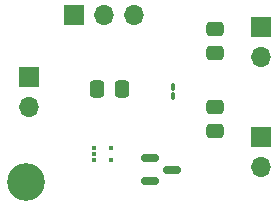
<source format=gbr>
%TF.GenerationSoftware,KiCad,Pcbnew,7.0.1*%
%TF.CreationDate,2023-06-12T23:03:10-04:00*%
%TF.ProjectId,SD Card Activity,53442043-6172-4642-9041-637469766974,rev?*%
%TF.SameCoordinates,Original*%
%TF.FileFunction,Soldermask,Top*%
%TF.FilePolarity,Negative*%
%FSLAX46Y46*%
G04 Gerber Fmt 4.6, Leading zero omitted, Abs format (unit mm)*
G04 Created by KiCad (PCBNEW 7.0.1) date 2023-06-12 23:03:10*
%MOMM*%
%LPD*%
G01*
G04 APERTURE LIST*
G04 Aperture macros list*
%AMRoundRect*
0 Rectangle with rounded corners*
0 $1 Rounding radius*
0 $2 $3 $4 $5 $6 $7 $8 $9 X,Y pos of 4 corners*
0 Add a 4 corners polygon primitive as box body*
4,1,4,$2,$3,$4,$5,$6,$7,$8,$9,$2,$3,0*
0 Add four circle primitives for the rounded corners*
1,1,$1+$1,$2,$3*
1,1,$1+$1,$4,$5*
1,1,$1+$1,$6,$7*
1,1,$1+$1,$8,$9*
0 Add four rect primitives between the rounded corners*
20,1,$1+$1,$2,$3,$4,$5,0*
20,1,$1+$1,$4,$5,$6,$7,0*
20,1,$1+$1,$6,$7,$8,$9,0*
20,1,$1+$1,$8,$9,$2,$3,0*%
G04 Aperture macros list end*
%ADD10R,1.700000X1.700000*%
%ADD11O,1.700000X1.700000*%
%ADD12RoundRect,0.250000X0.475000X-0.337500X0.475000X0.337500X-0.475000X0.337500X-0.475000X-0.337500X0*%
%ADD13RoundRect,0.250000X-0.337500X-0.475000X0.337500X-0.475000X0.337500X0.475000X-0.337500X0.475000X0*%
%ADD14RoundRect,0.100000X0.100000X-0.217500X0.100000X0.217500X-0.100000X0.217500X-0.100000X-0.217500X0*%
%ADD15RoundRect,0.150000X-0.587500X-0.150000X0.587500X-0.150000X0.587500X0.150000X-0.587500X0.150000X0*%
%ADD16R,0.450000X0.300000*%
%ADD17C,3.200000*%
G04 APERTURE END LIST*
D10*
%TO.C,J2*%
X157620000Y-73150000D03*
D11*
X157620000Y-75690000D03*
%TD*%
%TO.C,J4*%
X146855000Y-62775000D03*
X144315000Y-62775000D03*
D10*
X141775000Y-62775000D03*
%TD*%
%TO.C,J3*%
X157600000Y-63860000D03*
D11*
X157600000Y-66400000D03*
%TD*%
D10*
%TO.C,J1*%
X137922000Y-68072000D03*
D11*
X137922000Y-70612000D03*
%TD*%
D12*
%TO.C,R2*%
X153670000Y-70569000D03*
X153670000Y-72644000D03*
%TD*%
%TO.C,R1*%
X153670000Y-63986500D03*
X153670000Y-66061500D03*
%TD*%
D13*
%TO.C,C1*%
X143742500Y-69088000D03*
X145817500Y-69088000D03*
%TD*%
D14*
%TO.C,D1*%
X150114000Y-69698000D03*
X150114000Y-68883000D03*
%TD*%
D15*
%TO.C,Q1*%
X148225000Y-74950000D03*
X148225000Y-76850000D03*
X150100000Y-75900000D03*
%TD*%
D16*
%TO.C,U1*%
X143500000Y-74100000D03*
X143500000Y-74600000D03*
X143500000Y-75100000D03*
X144900000Y-75100000D03*
X144900000Y-74100000D03*
%TD*%
D17*
%TO.C,REF\u002A\u002A*%
X137668000Y-76962000D03*
%TD*%
M02*

</source>
